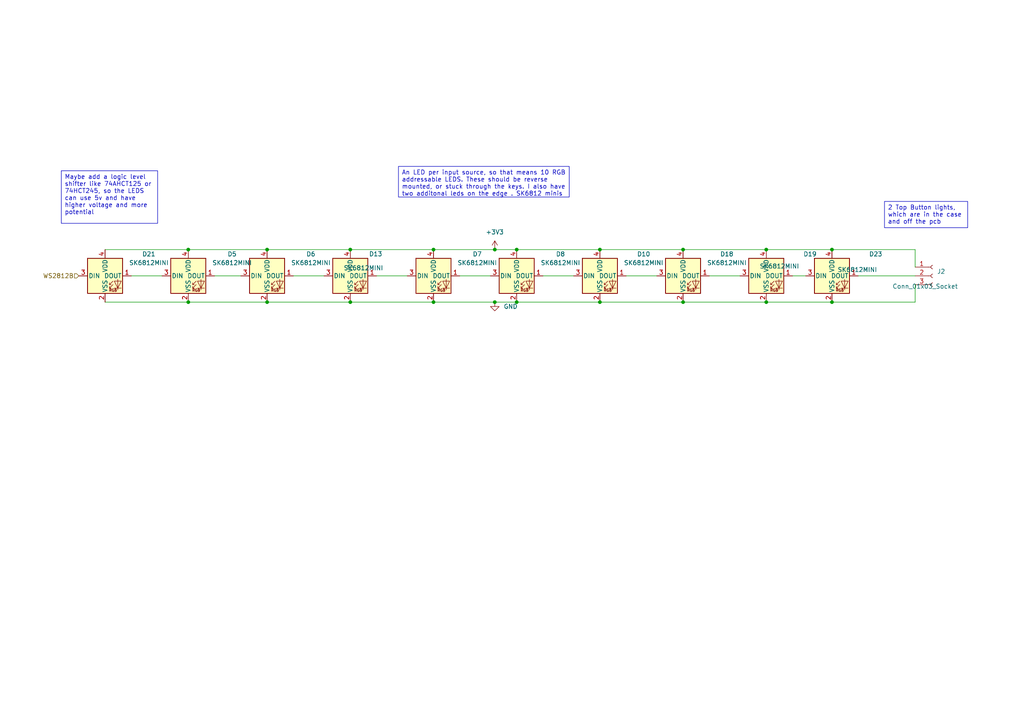
<source format=kicad_sch>
(kicad_sch (version 20231120) (generator "eeschema") (generator_version "8.0")
  (paper "A4")
  (lib_symbols
    (symbol "Connector:Conn_01x03_Socket" (pin_names (offset 1.016) hide)
      (property "Reference" "J" (at 0 5.08 0))
      (property "Value" "Conn_01x03_Socket" (at 0 -5.08 0))
      (symbol "Conn_01x03_Socket_1_1"
        (arc (start 0 -2.032) (mid -0.5058 -2.54) (end 0 -3.048) (stroke (width 0.1524)))
        (polyline (pts (xy -1.27 -2.54) (xy -0.508 -2.54)) (stroke (width 0.1524)))
        (polyline (pts (xy -1.27 0) (xy -0.508 0)) (stroke (width 0.1524)))
        (polyline (pts (xy -1.27 2.54) (xy -0.508 2.54)) (stroke (width 0.1524)))
        (arc (start 0 0.508) (mid -0.5058 0) (end 0 -0.508) (stroke (width 0.1524)))
        (arc (start 0 3.048) (mid -0.5058 2.54) (end 0 2.032) (stroke (width 0.1524)))
        (pin passive line (at -5.08 2.54 0) (length 3.81) (name "Pin_1") (number "1"))
        (pin passive line (at -5.08 0 0) (length 3.81) (name "Pin_2") (number "2"))
        (pin passive line (at -5.08 -2.54 0) (length 3.81) (name "Pin_3") (number "3"))
      )
    )
    (symbol "LED:SK6812MINI" (pin_names (offset 0.254))
      (property "Reference" "D" (at 5.08 5.715 0))
      (property "Value" "SK6812MINI" (at 1.27 -5.715 0))
      (symbol "SK6812MINI_0_0"
        (text "RGB" (at 2.286 -4.191 0) (effects (font (size 0.762 0.762))))
      )
      (symbol "SK6812MINI_0_1"
        (polyline (pts (xy 1.27 -3.556) (xy 1.778 -3.556)))
        (polyline (pts (xy 1.27 -2.54) (xy 1.778 -2.54)))
        (polyline (pts (xy 4.699 -3.556) (xy 2.667 -3.556)))
        (polyline (pts (xy 2.286 -2.54) (xy 1.27 -3.556) (xy 1.27 -3.048)))
        (polyline (pts (xy 2.286 -1.524) (xy 1.27 -2.54) (xy 1.27 -2.032)))
        (polyline (pts (xy 3.683 -1.016) (xy 3.683 -3.556) (xy 3.683 -4.064)))
        (polyline (pts (xy 4.699 -1.524) (xy 2.667 -1.524) (xy 3.683 -3.556) (xy 4.699 -1.524)))
        (rectangle (start 5.08 5.08) (end -5.08 -5.08) (stroke (width 0.254)) (fill (type background)))
      )
      (symbol "SK6812MINI_1_1"
        (pin output line (at 7.62 0 180) (length 2.54) (name "DOUT") (number "1"))
        (pin power_in line (at 0 -7.62 90) (length 2.54) (name "VSS") (number "2"))
        (pin input line (at -7.62 0 0) (length 2.54) (name "DIN") (number "3"))
        (pin power_in line (at 0 7.62 270) (length 2.54) (name "VDD") (number "4"))
      )
    )
    (symbol "power:+3V3" (power) (pin_numbers hide) (pin_names (offset 0) hide)
      (property "Value" "+3V3" (at 0 3.556 0))
      (symbol "+3V3_0_1"
        (polyline (pts (xy -0.762 1.27) (xy 0 2.54)))
        (polyline (pts (xy 0 0) (xy 0 2.54)))
        (polyline (pts (xy 0 2.54) (xy 0.762 1.27)))
      )
      (symbol "+3V3_1_1"
        (pin power_in line (at 0 0 90) (length 0) (name "~") (number "1"))
      )
    )
    (symbol "power:GND" (power) (pin_numbers hide) (pin_names (offset 0) hide)
      (property "Value" "GND" (at 0 -3.81 0))
      (symbol "GND_0_1"
        (polyline (pts (xy 0 0) (xy 0 -1.27) (xy 1.27 -1.27) (xy 0 -2.54) (xy -1.27 -1.27) (xy 0 -1.27)))
      )
      (symbol "GND_1_1"
        (pin power_in line (at 0 0 270) (length 0) (name "~") (number "1"))
      )
    )
  )
  (junction (at 101.6 72.39))
  (junction (at 143.51 72.39))
  (junction (at 149.86 87.63))
  (junction (at 101.6 87.63))
  (junction (at 198.12 87.63))
  (junction (at 77.47 87.63))
  (junction (at 143.51 87.63))
  (junction (at 54.61 72.39))
  (junction (at 241.3 72.39))
  (junction (at 125.73 72.39))
  (junction (at 198.12 72.39))
  (junction (at 222.25 87.63))
  (junction (at 125.73 87.63))
  (junction (at 222.25 72.39))
  (junction (at 149.86 72.39))
  (junction (at 173.99 72.39))
  (junction (at 77.47 72.39))
  (junction (at 54.61 87.63))
  (junction (at 241.3 87.63))
  (junction (at 173.99 87.63))
  (wire (pts (xy 143.51 72.39) (xy 149.86 72.39)))
  (wire (pts (xy 149.86 87.63) (xy 173.99 87.63)))
  (wire (pts (xy 265.43 87.63) (xy 241.3 87.63)))
  (wire (pts (xy 205.74 80.01) (xy 214.63 80.01)))
  (wire (pts (xy 157.48 80.01) (xy 166.37 80.01)))
  (wire (pts (xy 54.61 87.63) (xy 77.47 87.63)))
  (wire (pts (xy 77.47 72.39) (xy 101.6 72.39)))
  (wire (pts (xy 85.09 80.01) (xy 93.98 80.01)))
  (wire (pts (xy 30.48 72.39) (xy 54.61 72.39)))
  (wire (pts (xy 30.48 87.63) (xy 54.61 87.63)))
  (wire (pts (xy 173.99 72.39) (xy 198.12 72.39)))
  (wire (pts (xy 143.51 87.63) (xy 149.86 87.63)))
  (wire (pts (xy 62.23 80.01) (xy 69.85 80.01)))
  (wire (pts (xy 125.73 72.39) (xy 101.6 72.39)))
  (wire (pts (xy 101.6 87.63) (xy 125.73 87.63)))
  (wire (pts (xy 109.22 80.01) (xy 118.11 80.01)))
  (wire (pts (xy 125.73 87.63) (xy 143.51 87.63)))
  (wire (pts (xy 198.12 87.63) (xy 222.25 87.63)))
  (wire (pts (xy 222.25 87.63) (xy 241.3 87.63)))
  (wire (pts (xy 54.61 72.39) (xy 77.47 72.39)))
  (wire (pts (xy 149.86 72.39) (xy 173.99 72.39)))
  (wire (pts (xy 248.92 80.01) (xy 265.43 80.01)))
  (wire (pts (xy 181.61 80.01) (xy 190.5 80.01)))
  (wire (pts (xy 265.43 77.47) (xy 265.43 72.39)))
  (wire (pts (xy 173.99 87.63) (xy 198.12 87.63)))
  (wire (pts (xy 229.87 80.01) (xy 233.68 80.01)))
  (wire (pts (xy 133.35 80.01) (xy 142.24 80.01)))
  (wire (pts (xy 198.12 72.39) (xy 222.25 72.39)))
  (wire (pts (xy 265.43 82.55) (xy 265.43 87.63)))
  (wire (pts (xy 38.1 80.01) (xy 46.99 80.01)))
  (wire (pts (xy 222.25 72.39) (xy 241.3 72.39)))
  (wire (pts (xy 265.43 72.39) (xy 241.3 72.39)))
  (wire (pts (xy 77.47 87.63) (xy 101.6 87.63)))
  (wire (pts (xy 143.51 72.39) (xy 125.73 72.39)))
  (text_box "2 Top Button lights, which are in the case and off the pcb" (at 256.54 58.42 0) (size 24.13 7.62) (effects (font (size 1.27 1.27)) (justify left top)))
  (text_box "An LED per input source, so that means 10 RGB addressable LEDS. These should be reverse mounted, or stuck through the keys. I also have two additonal leds on the edge . SK6812 minis" (at 115.57 48.26 0) (size 49.53 8.89) (effects (font (size 1.27 1.27)) (justify left top)))
  (text_box "Maybe add a logic level shifter like 74AHCT125 or 74HCT245, so the LEDS can use 5v and have higher voltage and more potential" (at 17.78 49.53 0) (size 27.94 15.24) (effects (font (size 1.27 1.27)) (justify left top)))
  (hierarchical_label "WS2812B" (shape input) (at 22.86 80.01 180))
  (symbol (lib_id "LED:SK6812MINI") (at 30.48 80.01 0) (unit 1)
    (property "Reference" "D21" (at 43.18 73.6914 0))
    (property "Value" "SK6812MINI" (at 43.18 76.2314 0))
    (property "Footprint" "SK6812MINI-E:SK6812MINI-E" (effects (hide yes)))
    (property "Datasheet" "https://cdn-shop.adafruit.com/product-files/2686/SK6812MINI_REV.01-1-2.pdf" (effects (hide yes)))
    (property "Description" "RGB LED with integrated controller" (effects (hide yes)))
  )
  (symbol (lib_id "LED:SK6812MINI") (at 198.12 80.01 0) (unit 1)
    (property "Reference" "D18" (at 210.82 73.6914 0))
    (property "Value" "SK6812MINI" (at 210.82 76.2314 0))
    (property "Footprint" "SK6812MINI-E:SK6812MINI-E" (effects (hide yes)))
    (property "Datasheet" "https://cdn-shop.adafruit.com/product-files/2686/SK6812MINI_REV.01-1-2.pdf" (effects (hide yes)))
    (property "Description" "RGB LED with integrated controller" (effects (hide yes)))
  )
  (symbol (lib_id "LED:SK6812MINI") (at 222.25 80.01 0) (unit 1)
    (property "Reference" "D19" (at 234.95 73.6914 0))
    (property "Value" "SK6812MINI" (at 226.06 77.216 0))
    (property "Footprint" "SK6812MINI-E:SK6812MINI-E" (effects (hide yes)))
    (property "Datasheet" "https://cdn-shop.adafruit.com/product-files/2686/SK6812MINI_REV.01-1-2.pdf" (effects (hide yes)))
    (property "Description" "RGB LED with integrated controller" (effects (hide yes)))
  )
  (symbol (lib_id "LED:SK6812MINI") (at 77.47 80.01 0) (unit 1)
    (property "Reference" "D6" (at 90.17 73.6914 0))
    (property "Value" "SK6812MINI" (at 90.17 76.2314 0))
    (property "Footprint" "SK6812MINI-E:SK6812MINI-E" (effects (hide yes)))
    (property "Datasheet" "https://cdn-shop.adafruit.com/product-files/2686/SK6812MINI_REV.01-1-2.pdf" (effects (hide yes)))
    (property "Description" "RGB LED with integrated controller" (effects (hide yes)))
  )
  (symbol (lib_id "LED:SK6812MINI") (at 149.86 80.01 0) (unit 1)
    (property "Reference" "D8" (at 162.56 73.6914 0))
    (property "Value" "SK6812MINI" (at 162.56 76.2314 0))
    (property "Footprint" "SK6812MINI-E:SK6812MINI-E" (effects (hide yes)))
    (property "Datasheet" "https://cdn-shop.adafruit.com/product-files/2686/SK6812MINI_REV.01-1-2.pdf" (effects (hide yes)))
    (property "Description" "RGB LED with integrated controller" (effects (hide yes)))
  )
  (symbol (lib_id "LED:SK6812MINI") (at 125.73 80.01 0) (unit 1)
    (property "Reference" "D7" (at 138.43 73.6914 0))
    (property "Value" "SK6812MINI" (at 138.43 76.2314 0))
    (property "Footprint" "SK6812MINI-E:SK6812MINI-E" (effects (hide yes)))
    (property "Datasheet" "https://cdn-shop.adafruit.com/product-files/2686/SK6812MINI_REV.01-1-2.pdf" (effects (hide yes)))
    (property "Description" "RGB LED with integrated controller" (effects (hide yes)))
  )
  (symbol (lib_id "LED:SK6812MINI") (at 54.61 80.01 0) (unit 1)
    (property "Reference" "D5" (at 67.31 73.6914 0))
    (property "Value" "SK6812MINI" (at 67.31 76.2314 0))
    (property "Footprint" "SK6812MINI-E:SK6812MINI-E" (effects (hide yes)))
    (property "Datasheet" "https://cdn-shop.adafruit.com/product-files/2686/SK6812MINI_REV.01-1-2.pdf" (effects (hide yes)))
    (property "Description" "RGB LED with integrated controller" (effects (hide yes)))
  )
  (symbol (lib_id "power:+3V3") (at 143.51 72.39 0) (unit 1)
    (property "Reference" "#PWR06" (effects (hide yes)))
    (property "Value" "+3V3" (at 143.51 67.31 0))
    (property "Description" "Power symbol creates a global label with name \"+3V3\"" (effects (hide yes)))
  )
  (symbol (lib_id "LED:SK6812MINI") (at 173.99 80.01 0) (unit 1)
    (property "Reference" "D10" (at 186.69 73.6914 0))
    (property "Value" "SK6812MINI" (at 186.69 76.2314 0))
    (property "Footprint" "SK6812MINI-E:SK6812MINI-E" (effects (hide yes)))
    (property "Datasheet" "https://cdn-shop.adafruit.com/product-files/2686/SK6812MINI_REV.01-1-2.pdf" (effects (hide yes)))
    (property "Description" "RGB LED with integrated controller" (effects (hide yes)))
  )
  (symbol (lib_id "LED:SK6812MINI") (at 101.6 80.01 0) (unit 1)
    (property "Reference" "D13" (at 108.966 73.66 0))
    (property "Value" "SK6812MINI" (at 105.41 77.724 0))
    (property "Footprint" "SK6812MINI-E:SK6812MINI-E" (effects (hide yes)))
    (property "Datasheet" "https://cdn-shop.adafruit.com/product-files/2686/SK6812MINI_REV.01-1-2.pdf" (effects (hide yes)))
    (property "Description" "RGB LED with integrated controller" (effects (hide yes)))
  )
  (symbol (lib_id "LED:SK6812MINI") (at 241.3 80.01 0) (unit 1)
    (property "Reference" "D23" (at 254 73.6914 0))
    (property "Value" "SK6812MINI" (at 248.666 78.232 0))
    (property "Footprint" "SK6812MINI-E:SK6812MINI-E" (effects (hide yes)))
    (property "Datasheet" "https://cdn-shop.adafruit.com/product-files/2686/SK6812MINI_REV.01-1-2.pdf" (effects (hide yes)))
    (property "Description" "RGB LED with integrated controller" (effects (hide yes)))
  )
  (symbol (lib_id "Connector:Conn_01x03_Socket") (at 270.51 80.01 0) (unit 1)
    (property "Reference" "J2" (at 271.78 78.7399 0) (effects (justify left)))
    (property "Value" "Conn_01x03_Socket" (at 258.826 83.058 0) (effects (justify left)))
    (property "Footprint" "Connector_PinHeader_2.54mm:PinHeader_1x03_P2.54mm_Vertical" (effects (hide yes)))
    (property "Description" "Generic connector, single row, 01x03, script generated" (effects (hide yes)))
  )
  (symbol (lib_id "power:GND") (at 143.51 87.63 0) (unit 1)
    (property "Reference" "#PWR07" (effects (hide yes)))
    (property "Value" "GND" (at 146.05 88.8999 0) (effects (justify left)))
    (property "Description" "Power symbol creates a global label with name \"GND\" , ground" (effects (hide yes)))
  )
)
</source>
